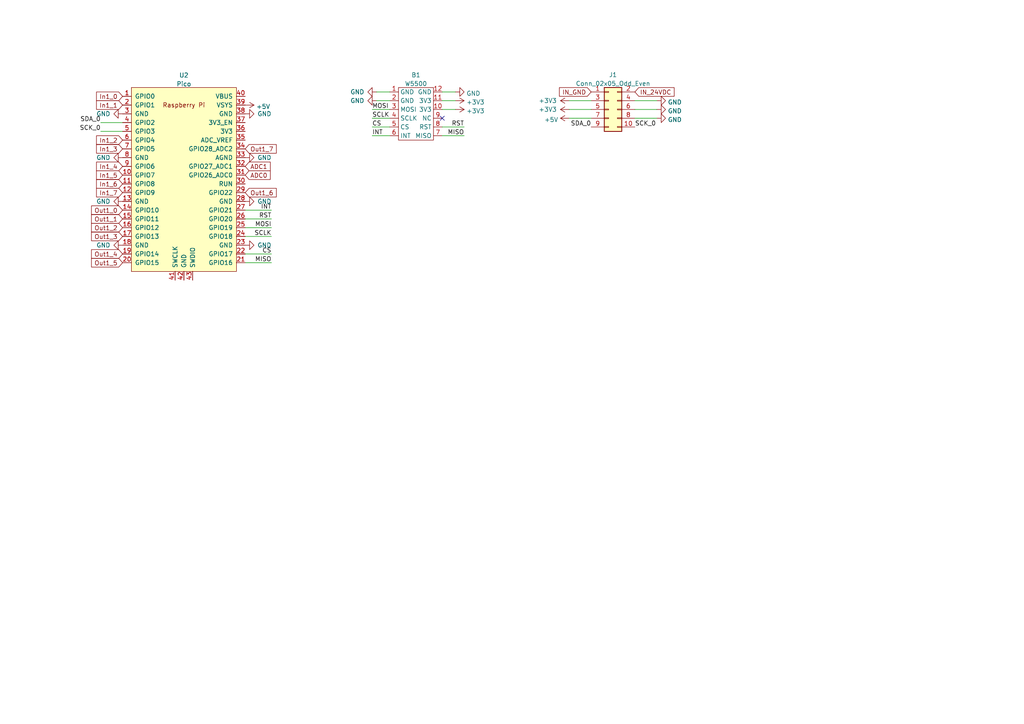
<source format=kicad_sch>
(kicad_sch (version 20230121) (generator eeschema)

  (uuid e66ca4c2-8927-4685-9f67-73085ba426f7)

  (paper "A4")

  (lib_symbols
    (symbol "Added:W5500" (in_bom yes) (on_board yes)
      (property "Reference" "B" (at 0 11.43 0)
        (effects (font (size 1.27 1.27)))
      )
      (property "Value" "W5500" (at 0 8.89 0)
        (effects (font (size 1.27 1.27)))
      )
      (property "Footprint" "" (at 0 11.43 0)
        (effects (font (size 1.27 1.27)) hide)
      )
      (property "Datasheet" "" (at 0 11.43 0)
        (effects (font (size 1.27 1.27)) hide)
      )
      (symbol "W5500_0_1"
        (rectangle (start -5.08 6.35) (end 5.08 -8.89)
          (stroke (width 0.1524) (type default))
          (fill (type none))
        )
      )
      (symbol "W5500_1_1"
        (pin input line (at -7.62 5.08 0) (length 2.54)
          (name "GND" (effects (font (size 1.27 1.27))))
          (number "1" (effects (font (size 1.27 1.27))))
        )
        (pin input line (at 7.62 0 180) (length 2.54)
          (name "3V3" (effects (font (size 1.27 1.27))))
          (number "10" (effects (font (size 1.27 1.27))))
        )
        (pin input line (at 7.62 2.54 180) (length 2.54)
          (name "3V3" (effects (font (size 1.27 1.27))))
          (number "11" (effects (font (size 1.27 1.27))))
        )
        (pin input line (at 7.62 5.08 180) (length 2.54)
          (name "GND" (effects (font (size 1.27 1.27))))
          (number "12" (effects (font (size 1.27 1.27))))
        )
        (pin input line (at -7.62 2.54 0) (length 2.54)
          (name "GND" (effects (font (size 1.27 1.27))))
          (number "2" (effects (font (size 1.27 1.27))))
        )
        (pin input line (at -7.62 0 0) (length 2.54)
          (name "MOSI" (effects (font (size 1.27 1.27))))
          (number "3" (effects (font (size 1.27 1.27))))
        )
        (pin input line (at -7.62 -2.54 0) (length 2.54)
          (name "SCLK" (effects (font (size 1.27 1.27))))
          (number "4" (effects (font (size 1.27 1.27))))
        )
        (pin input line (at -7.62 -5.08 0) (length 2.54)
          (name "CS" (effects (font (size 1.27 1.27))))
          (number "5" (effects (font (size 1.27 1.27))))
        )
        (pin input line (at -7.62 -7.62 0) (length 2.54)
          (name "INT" (effects (font (size 1.27 1.27))))
          (number "6" (effects (font (size 1.27 1.27))))
        )
        (pin input line (at 7.62 -7.62 180) (length 2.54)
          (name "MISO" (effects (font (size 1.27 1.27))))
          (number "7" (effects (font (size 1.27 1.27))))
        )
        (pin input line (at 7.62 -5.08 180) (length 2.54)
          (name "RST" (effects (font (size 1.27 1.27))))
          (number "8" (effects (font (size 1.27 1.27))))
        )
        (pin input line (at 7.62 -2.54 180) (length 2.54)
          (name "NC" (effects (font (size 1.27 1.27))))
          (number "9" (effects (font (size 1.27 1.27))))
        )
      )
    )
    (symbol "Connector_Generic:Conn_02x05_Odd_Even" (pin_names (offset 1.016) hide) (in_bom yes) (on_board yes)
      (property "Reference" "J" (at 1.27 7.62 0)
        (effects (font (size 1.27 1.27)))
      )
      (property "Value" "Conn_02x05_Odd_Even" (at 1.27 -7.62 0)
        (effects (font (size 1.27 1.27)))
      )
      (property "Footprint" "" (at 0 0 0)
        (effects (font (size 1.27 1.27)) hide)
      )
      (property "Datasheet" "~" (at 0 0 0)
        (effects (font (size 1.27 1.27)) hide)
      )
      (property "ki_keywords" "connector" (at 0 0 0)
        (effects (font (size 1.27 1.27)) hide)
      )
      (property "ki_description" "Generic connector, double row, 02x05, odd/even pin numbering scheme (row 1 odd numbers, row 2 even numbers), script generated (kicad-library-utils/schlib/autogen/connector/)" (at 0 0 0)
        (effects (font (size 1.27 1.27)) hide)
      )
      (property "ki_fp_filters" "Connector*:*_2x??_*" (at 0 0 0)
        (effects (font (size 1.27 1.27)) hide)
      )
      (symbol "Conn_02x05_Odd_Even_1_1"
        (rectangle (start -1.27 -4.953) (end 0 -5.207)
          (stroke (width 0.1524) (type default))
          (fill (type none))
        )
        (rectangle (start -1.27 -2.413) (end 0 -2.667)
          (stroke (width 0.1524) (type default))
          (fill (type none))
        )
        (rectangle (start -1.27 0.127) (end 0 -0.127)
          (stroke (width 0.1524) (type default))
          (fill (type none))
        )
        (rectangle (start -1.27 2.667) (end 0 2.413)
          (stroke (width 0.1524) (type default))
          (fill (type none))
        )
        (rectangle (start -1.27 5.207) (end 0 4.953)
          (stroke (width 0.1524) (type default))
          (fill (type none))
        )
        (rectangle (start -1.27 6.35) (end 3.81 -6.35)
          (stroke (width 0.254) (type default))
          (fill (type background))
        )
        (rectangle (start 3.81 -4.953) (end 2.54 -5.207)
          (stroke (width 0.1524) (type default))
          (fill (type none))
        )
        (rectangle (start 3.81 -2.413) (end 2.54 -2.667)
          (stroke (width 0.1524) (type default))
          (fill (type none))
        )
        (rectangle (start 3.81 0.127) (end 2.54 -0.127)
          (stroke (width 0.1524) (type default))
          (fill (type none))
        )
        (rectangle (start 3.81 2.667) (end 2.54 2.413)
          (stroke (width 0.1524) (type default))
          (fill (type none))
        )
        (rectangle (start 3.81 5.207) (end 2.54 4.953)
          (stroke (width 0.1524) (type default))
          (fill (type none))
        )
        (pin passive line (at -5.08 5.08 0) (length 3.81)
          (name "Pin_1" (effects (font (size 1.27 1.27))))
          (number "1" (effects (font (size 1.27 1.27))))
        )
        (pin passive line (at 7.62 -5.08 180) (length 3.81)
          (name "Pin_10" (effects (font (size 1.27 1.27))))
          (number "10" (effects (font (size 1.27 1.27))))
        )
        (pin passive line (at 7.62 5.08 180) (length 3.81)
          (name "Pin_2" (effects (font (size 1.27 1.27))))
          (number "2" (effects (font (size 1.27 1.27))))
        )
        (pin passive line (at -5.08 2.54 0) (length 3.81)
          (name "Pin_3" (effects (font (size 1.27 1.27))))
          (number "3" (effects (font (size 1.27 1.27))))
        )
        (pin passive line (at 7.62 2.54 180) (length 3.81)
          (name "Pin_4" (effects (font (size 1.27 1.27))))
          (number "4" (effects (font (size 1.27 1.27))))
        )
        (pin passive line (at -5.08 0 0) (length 3.81)
          (name "Pin_5" (effects (font (size 1.27 1.27))))
          (number "5" (effects (font (size 1.27 1.27))))
        )
        (pin passive line (at 7.62 0 180) (length 3.81)
          (name "Pin_6" (effects (font (size 1.27 1.27))))
          (number "6" (effects (font (size 1.27 1.27))))
        )
        (pin passive line (at -5.08 -2.54 0) (length 3.81)
          (name "Pin_7" (effects (font (size 1.27 1.27))))
          (number "7" (effects (font (size 1.27 1.27))))
        )
        (pin passive line (at 7.62 -2.54 180) (length 3.81)
          (name "Pin_8" (effects (font (size 1.27 1.27))))
          (number "8" (effects (font (size 1.27 1.27))))
        )
        (pin passive line (at -5.08 -5.08 0) (length 3.81)
          (name "Pin_9" (effects (font (size 1.27 1.27))))
          (number "9" (effects (font (size 1.27 1.27))))
        )
      )
    )
    (symbol "MCU_RaspberryPi_and_Boards:Pico" (pin_names (offset 1.016)) (in_bom yes) (on_board yes)
      (property "Reference" "U" (at -13.97 27.94 0)
        (effects (font (size 1.27 1.27)))
      )
      (property "Value" "Pico" (at 0 19.05 0)
        (effects (font (size 1.27 1.27)))
      )
      (property "Footprint" "RPi_Pico:RPi_Pico_SMD_TH" (at 0 0 90)
        (effects (font (size 1.27 1.27)) hide)
      )
      (property "Datasheet" "" (at 0 0 0)
        (effects (font (size 1.27 1.27)) hide)
      )
      (symbol "Pico_0_0"
        (text "Raspberry Pi" (at 0 21.59 0)
          (effects (font (size 1.27 1.27)))
        )
      )
      (symbol "Pico_0_1"
        (rectangle (start -15.24 26.67) (end 15.24 -26.67)
          (stroke (width 0) (type default))
          (fill (type background))
        )
      )
      (symbol "Pico_1_1"
        (pin bidirectional line (at -17.78 24.13 0) (length 2.54)
          (name "GPIO0" (effects (font (size 1.27 1.27))))
          (number "1" (effects (font (size 1.27 1.27))))
        )
        (pin bidirectional line (at -17.78 1.27 0) (length 2.54)
          (name "GPIO7" (effects (font (size 1.27 1.27))))
          (number "10" (effects (font (size 1.27 1.27))))
        )
        (pin bidirectional line (at -17.78 -1.27 0) (length 2.54)
          (name "GPIO8" (effects (font (size 1.27 1.27))))
          (number "11" (effects (font (size 1.27 1.27))))
        )
        (pin bidirectional line (at -17.78 -3.81 0) (length 2.54)
          (name "GPIO9" (effects (font (size 1.27 1.27))))
          (number "12" (effects (font (size 1.27 1.27))))
        )
        (pin power_in line (at -17.78 -6.35 0) (length 2.54)
          (name "GND" (effects (font (size 1.27 1.27))))
          (number "13" (effects (font (size 1.27 1.27))))
        )
        (pin bidirectional line (at -17.78 -8.89 0) (length 2.54)
          (name "GPIO10" (effects (font (size 1.27 1.27))))
          (number "14" (effects (font (size 1.27 1.27))))
        )
        (pin bidirectional line (at -17.78 -11.43 0) (length 2.54)
          (name "GPIO11" (effects (font (size 1.27 1.27))))
          (number "15" (effects (font (size 1.27 1.27))))
        )
        (pin bidirectional line (at -17.78 -13.97 0) (length 2.54)
          (name "GPIO12" (effects (font (size 1.27 1.27))))
          (number "16" (effects (font (size 1.27 1.27))))
        )
        (pin bidirectional line (at -17.78 -16.51 0) (length 2.54)
          (name "GPIO13" (effects (font (size 1.27 1.27))))
          (number "17" (effects (font (size 1.27 1.27))))
        )
        (pin power_in line (at -17.78 -19.05 0) (length 2.54)
          (name "GND" (effects (font (size 1.27 1.27))))
          (number "18" (effects (font (size 1.27 1.27))))
        )
        (pin bidirectional line (at -17.78 -21.59 0) (length 2.54)
          (name "GPIO14" (effects (font (size 1.27 1.27))))
          (number "19" (effects (font (size 1.27 1.27))))
        )
        (pin bidirectional line (at -17.78 21.59 0) (length 2.54)
          (name "GPIO1" (effects (font (size 1.27 1.27))))
          (number "2" (effects (font (size 1.27 1.27))))
        )
        (pin bidirectional line (at -17.78 -24.13 0) (length 2.54)
          (name "GPIO15" (effects (font (size 1.27 1.27))))
          (number "20" (effects (font (size 1.27 1.27))))
        )
        (pin bidirectional line (at 17.78 -24.13 180) (length 2.54)
          (name "GPIO16" (effects (font (size 1.27 1.27))))
          (number "21" (effects (font (size 1.27 1.27))))
        )
        (pin bidirectional line (at 17.78 -21.59 180) (length 2.54)
          (name "GPIO17" (effects (font (size 1.27 1.27))))
          (number "22" (effects (font (size 1.27 1.27))))
        )
        (pin power_in line (at 17.78 -19.05 180) (length 2.54)
          (name "GND" (effects (font (size 1.27 1.27))))
          (number "23" (effects (font (size 1.27 1.27))))
        )
        (pin bidirectional line (at 17.78 -16.51 180) (length 2.54)
          (name "GPIO18" (effects (font (size 1.27 1.27))))
          (number "24" (effects (font (size 1.27 1.27))))
        )
        (pin bidirectional line (at 17.78 -13.97 180) (length 2.54)
          (name "GPIO19" (effects (font (size 1.27 1.27))))
          (number "25" (effects (font (size 1.27 1.27))))
        )
        (pin bidirectional line (at 17.78 -11.43 180) (length 2.54)
          (name "GPIO20" (effects (font (size 1.27 1.27))))
          (number "26" (effects (font (size 1.27 1.27))))
        )
        (pin bidirectional line (at 17.78 -8.89 180) (length 2.54)
          (name "GPIO21" (effects (font (size 1.27 1.27))))
          (number "27" (effects (font (size 1.27 1.27))))
        )
        (pin power_in line (at 17.78 -6.35 180) (length 2.54)
          (name "GND" (effects (font (size 1.27 1.27))))
          (number "28" (effects (font (size 1.27 1.27))))
        )
        (pin bidirectional line (at 17.78 -3.81 180) (length 2.54)
          (name "GPIO22" (effects (font (size 1.27 1.27))))
          (number "29" (effects (font (size 1.27 1.27))))
        )
        (pin power_in line (at -17.78 19.05 0) (length 2.54)
          (name "GND" (effects (font (size 1.27 1.27))))
          (number "3" (effects (font (size 1.27 1.27))))
        )
        (pin input line (at 17.78 -1.27 180) (length 2.54)
          (name "RUN" (effects (font (size 1.27 1.27))))
          (number "30" (effects (font (size 1.27 1.27))))
        )
        (pin bidirectional line (at 17.78 1.27 180) (length 2.54)
          (name "GPIO26_ADC0" (effects (font (size 1.27 1.27))))
          (number "31" (effects (font (size 1.27 1.27))))
        )
        (pin bidirectional line (at 17.78 3.81 180) (length 2.54)
          (name "GPIO27_ADC1" (effects (font (size 1.27 1.27))))
          (number "32" (effects (font (size 1.27 1.27))))
        )
        (pin power_in line (at 17.78 6.35 180) (length 2.54)
          (name "AGND" (effects (font (size 1.27 1.27))))
          (number "33" (effects (font (size 1.27 1.27))))
        )
        (pin bidirectional line (at 17.78 8.89 180) (length 2.54)
          (name "GPIO28_ADC2" (effects (font (size 1.27 1.27))))
          (number "34" (effects (font (size 1.27 1.27))))
        )
        (pin unspecified line (at 17.78 11.43 180) (length 2.54)
          (name "ADC_VREF" (effects (font (size 1.27 1.27))))
          (number "35" (effects (font (size 1.27 1.27))))
        )
        (pin unspecified line (at 17.78 13.97 180) (length 2.54)
          (name "3V3" (effects (font (size 1.27 1.27))))
          (number "36" (effects (font (size 1.27 1.27))))
        )
        (pin input line (at 17.78 16.51 180) (length 2.54)
          (name "3V3_EN" (effects (font (size 1.27 1.27))))
          (number "37" (effects (font (size 1.27 1.27))))
        )
        (pin bidirectional line (at 17.78 19.05 180) (length 2.54)
          (name "GND" (effects (font (size 1.27 1.27))))
          (number "38" (effects (font (size 1.27 1.27))))
        )
        (pin unspecified line (at 17.78 21.59 180) (length 2.54)
          (name "VSYS" (effects (font (size 1.27 1.27))))
          (number "39" (effects (font (size 1.27 1.27))))
        )
        (pin bidirectional line (at -17.78 16.51 0) (length 2.54)
          (name "GPIO2" (effects (font (size 1.27 1.27))))
          (number "4" (effects (font (size 1.27 1.27))))
        )
        (pin unspecified line (at 17.78 24.13 180) (length 2.54)
          (name "VBUS" (effects (font (size 1.27 1.27))))
          (number "40" (effects (font (size 1.27 1.27))))
        )
        (pin input line (at -2.54 -29.21 90) (length 2.54)
          (name "SWCLK" (effects (font (size 1.27 1.27))))
          (number "41" (effects (font (size 1.27 1.27))))
        )
        (pin power_in line (at 0 -29.21 90) (length 2.54)
          (name "GND" (effects (font (size 1.27 1.27))))
          (number "42" (effects (font (size 1.27 1.27))))
        )
        (pin bidirectional line (at 2.54 -29.21 90) (length 2.54)
          (name "SWDIO" (effects (font (size 1.27 1.27))))
          (number "43" (effects (font (size 1.27 1.27))))
        )
        (pin bidirectional line (at -17.78 13.97 0) (length 2.54)
          (name "GPIO3" (effects (font (size 1.27 1.27))))
          (number "5" (effects (font (size 1.27 1.27))))
        )
        (pin bidirectional line (at -17.78 11.43 0) (length 2.54)
          (name "GPIO4" (effects (font (size 1.27 1.27))))
          (number "6" (effects (font (size 1.27 1.27))))
        )
        (pin bidirectional line (at -17.78 8.89 0) (length 2.54)
          (name "GPIO5" (effects (font (size 1.27 1.27))))
          (number "7" (effects (font (size 1.27 1.27))))
        )
        (pin power_in line (at -17.78 6.35 0) (length 2.54)
          (name "GND" (effects (font (size 1.27 1.27))))
          (number "8" (effects (font (size 1.27 1.27))))
        )
        (pin bidirectional line (at -17.78 3.81 0) (length 2.54)
          (name "GPIO6" (effects (font (size 1.27 1.27))))
          (number "9" (effects (font (size 1.27 1.27))))
        )
      )
    )
    (symbol "power:+3.3V" (power) (pin_names (offset 0)) (in_bom yes) (on_board yes)
      (property "Reference" "#PWR" (at 0 -3.81 0)
        (effects (font (size 1.27 1.27)) hide)
      )
      (property "Value" "+3.3V" (at 0 3.556 0)
        (effects (font (size 1.27 1.27)))
      )
      (property "Footprint" "" (at 0 0 0)
        (effects (font (size 1.27 1.27)) hide)
      )
      (property "Datasheet" "" (at 0 0 0)
        (effects (font (size 1.27 1.27)) hide)
      )
      (property "ki_keywords" "power-flag" (at 0 0 0)
        (effects (font (size 1.27 1.27)) hide)
      )
      (property "ki_description" "Power symbol creates a global label with name \"+3.3V\"" (at 0 0 0)
        (effects (font (size 1.27 1.27)) hide)
      )
      (symbol "+3.3V_0_1"
        (polyline
          (pts
            (xy -0.762 1.27)
            (xy 0 2.54)
          )
          (stroke (width 0) (type default))
          (fill (type none))
        )
        (polyline
          (pts
            (xy 0 0)
            (xy 0 2.54)
          )
          (stroke (width 0) (type default))
          (fill (type none))
        )
        (polyline
          (pts
            (xy 0 2.54)
            (xy 0.762 1.27)
          )
          (stroke (width 0) (type default))
          (fill (type none))
        )
      )
      (symbol "+3.3V_1_1"
        (pin power_in line (at 0 0 90) (length 0) hide
          (name "+3V3" (effects (font (size 1.27 1.27))))
          (number "1" (effects (font (size 1.27 1.27))))
        )
      )
    )
    (symbol "power:+5V" (power) (pin_names (offset 0)) (in_bom yes) (on_board yes)
      (property "Reference" "#PWR" (at 0 -3.81 0)
        (effects (font (size 1.27 1.27)) hide)
      )
      (property "Value" "+5V" (at 0 3.556 0)
        (effects (font (size 1.27 1.27)))
      )
      (property "Footprint" "" (at 0 0 0)
        (effects (font (size 1.27 1.27)) hide)
      )
      (property "Datasheet" "" (at 0 0 0)
        (effects (font (size 1.27 1.27)) hide)
      )
      (property "ki_keywords" "power-flag" (at 0 0 0)
        (effects (font (size 1.27 1.27)) hide)
      )
      (property "ki_description" "Power symbol creates a global label with name \"+5V\"" (at 0 0 0)
        (effects (font (size 1.27 1.27)) hide)
      )
      (symbol "+5V_0_1"
        (polyline
          (pts
            (xy -0.762 1.27)
            (xy 0 2.54)
          )
          (stroke (width 0) (type default))
          (fill (type none))
        )
        (polyline
          (pts
            (xy 0 0)
            (xy 0 2.54)
          )
          (stroke (width 0) (type default))
          (fill (type none))
        )
        (polyline
          (pts
            (xy 0 2.54)
            (xy 0.762 1.27)
          )
          (stroke (width 0) (type default))
          (fill (type none))
        )
      )
      (symbol "+5V_1_1"
        (pin power_in line (at 0 0 90) (length 0) hide
          (name "+5V" (effects (font (size 1.27 1.27))))
          (number "1" (effects (font (size 1.27 1.27))))
        )
      )
    )
    (symbol "power:GND" (power) (pin_names (offset 0)) (in_bom yes) (on_board yes)
      (property "Reference" "#PWR" (at 0 -6.35 0)
        (effects (font (size 1.27 1.27)) hide)
      )
      (property "Value" "GND" (at 0 -3.81 0)
        (effects (font (size 1.27 1.27)))
      )
      (property "Footprint" "" (at 0 0 0)
        (effects (font (size 1.27 1.27)) hide)
      )
      (property "Datasheet" "" (at 0 0 0)
        (effects (font (size 1.27 1.27)) hide)
      )
      (property "ki_keywords" "power-flag" (at 0 0 0)
        (effects (font (size 1.27 1.27)) hide)
      )
      (property "ki_description" "Power symbol creates a global label with name \"GND\" , ground" (at 0 0 0)
        (effects (font (size 1.27 1.27)) hide)
      )
      (symbol "GND_0_1"
        (polyline
          (pts
            (xy 0 0)
            (xy 0 -1.27)
            (xy 1.27 -1.27)
            (xy 0 -2.54)
            (xy -1.27 -1.27)
            (xy 0 -1.27)
          )
          (stroke (width 0) (type default))
          (fill (type none))
        )
      )
      (symbol "GND_1_1"
        (pin power_in line (at 0 0 270) (length 0) hide
          (name "GND" (effects (font (size 1.27 1.27))))
          (number "1" (effects (font (size 1.27 1.27))))
        )
      )
    )
  )


  (no_connect (at 128.27 34.29) (uuid 116176b7-243c-486f-b3b2-fa1b1115ac9b))

  (wire (pts (xy 71.12 73.66) (xy 78.74 73.66))
    (stroke (width 0) (type default))
    (uuid 0557d147-37c9-4dda-a88f-bceac6c1f5ab)
  )
  (wire (pts (xy 128.27 36.83) (xy 134.62 36.83))
    (stroke (width 0) (type default))
    (uuid 086a1166-81f3-45c1-a59c-c0cbc5fd00f7)
  )
  (wire (pts (xy 128.27 26.67) (xy 132.08 26.67))
    (stroke (width 0) (type default))
    (uuid 128797e6-2795-425a-8179-3895c530c87e)
  )
  (wire (pts (xy 128.27 29.21) (xy 132.08 29.21))
    (stroke (width 0) (type default))
    (uuid 14f58dd0-7de2-4605-80ed-0b9c611d0c44)
  )
  (wire (pts (xy 165.1 31.75) (xy 171.45 31.75))
    (stroke (width 0) (type default))
    (uuid 28614917-299e-4372-9b0a-127d973e7ebb)
  )
  (wire (pts (xy 71.12 76.2) (xy 78.74 76.2))
    (stroke (width 0) (type default))
    (uuid 2a9c2b48-31db-4931-a3f4-e39a5327c2d4)
  )
  (wire (pts (xy 71.12 68.58) (xy 78.74 68.58))
    (stroke (width 0) (type default))
    (uuid 31dfff7e-f0ba-459a-b7bc-631e91621006)
  )
  (wire (pts (xy 107.95 36.83) (xy 113.03 36.83))
    (stroke (width 0) (type default))
    (uuid 34ce782e-49d5-463d-8372-3b6186373d87)
  )
  (wire (pts (xy 29.21 35.56) (xy 35.56 35.56))
    (stroke (width 0) (type default))
    (uuid 5821da76-8c77-4b29-91f2-064f6fa1f8c4)
  )
  (wire (pts (xy 184.15 34.29) (xy 190.5 34.29))
    (stroke (width 0) (type default))
    (uuid 5d3dcbd0-abe8-4783-a1c0-4f6a45013759)
  )
  (wire (pts (xy 107.95 34.29) (xy 113.03 34.29))
    (stroke (width 0) (type default))
    (uuid 717179c2-82ee-4766-88a6-6ae4cdc95da6)
  )
  (wire (pts (xy 128.27 31.75) (xy 132.08 31.75))
    (stroke (width 0) (type default))
    (uuid 75e4496b-f534-4f04-b03b-ecc4519664ee)
  )
  (wire (pts (xy 128.27 39.37) (xy 134.62 39.37))
    (stroke (width 0) (type default))
    (uuid 7b7cf858-72b3-4778-bc11-48dd953d7c09)
  )
  (wire (pts (xy 71.12 63.5) (xy 78.74 63.5))
    (stroke (width 0) (type default))
    (uuid 82be8b62-3ccf-4313-8a63-6f0baf6cf035)
  )
  (wire (pts (xy 165.1 34.29) (xy 171.45 34.29))
    (stroke (width 0) (type default))
    (uuid 87fa6131-f9f5-4bef-a880-1dd4cdd08b95)
  )
  (wire (pts (xy 71.12 60.96) (xy 78.74 60.96))
    (stroke (width 0) (type default))
    (uuid 8af93b34-5ce3-4d1b-af06-4dd8b6888ab5)
  )
  (wire (pts (xy 165.1 29.21) (xy 171.45 29.21))
    (stroke (width 0) (type default))
    (uuid 94442e7a-cdd7-4302-9908-855b9666201d)
  )
  (wire (pts (xy 109.22 29.21) (xy 113.03 29.21))
    (stroke (width 0) (type default))
    (uuid 9fafc7cf-27cd-4987-9639-4a4ea62fce09)
  )
  (wire (pts (xy 71.12 66.04) (xy 78.74 66.04))
    (stroke (width 0) (type default))
    (uuid af63dc64-d9b4-4490-8ce5-329ed272c82c)
  )
  (wire (pts (xy 184.15 31.75) (xy 190.5 31.75))
    (stroke (width 0) (type default))
    (uuid b9d59630-c0ab-4b51-8b1e-56c7a0d54d3a)
  )
  (wire (pts (xy 109.22 26.67) (xy 113.03 26.67))
    (stroke (width 0) (type default))
    (uuid c2e3266c-bec3-4904-aa49-3a6c6d986b91)
  )
  (wire (pts (xy 184.15 29.21) (xy 190.5 29.21))
    (stroke (width 0) (type default))
    (uuid c58b390b-b8e1-412e-b8fd-36b62ca267b0)
  )
  (wire (pts (xy 107.95 39.37) (xy 113.03 39.37))
    (stroke (width 0) (type default))
    (uuid d8b6f1e2-4192-4cde-a7ae-879bf9bd9d4f)
  )
  (wire (pts (xy 107.95 31.75) (xy 113.03 31.75))
    (stroke (width 0) (type default))
    (uuid f1753822-0e5e-4404-962b-82d9db17eb48)
  )
  (wire (pts (xy 29.21 38.1) (xy 35.56 38.1))
    (stroke (width 0) (type default))
    (uuid f938f907-7fc7-47af-815a-2a8ae9a6ba25)
  )

  (label "SCK_0" (at 29.21 38.1 180) (fields_autoplaced)
    (effects (font (size 1.27 1.27)) (justify right bottom))
    (uuid 0d5f2266-578e-41f6-8a9d-3975894f73ab)
  )
  (label "RST" (at 134.62 36.83 180) (fields_autoplaced)
    (effects (font (size 1.27 1.27)) (justify right bottom))
    (uuid 2b43b012-365c-42b2-99ee-a3c0cfd79db4)
  )
  (label "SDA_0" (at 171.45 36.83 180) (fields_autoplaced)
    (effects (font (size 1.27 1.27)) (justify right bottom))
    (uuid 403948f7-002d-4bf7-a53e-d2b5e0f52db8)
  )
  (label "MOSI" (at 78.74 66.04 180) (fields_autoplaced)
    (effects (font (size 1.27 1.27)) (justify right bottom))
    (uuid 4130bdfc-6086-4736-8499-ef7c8358f39b)
  )
  (label "INT" (at 78.74 60.96 180) (fields_autoplaced)
    (effects (font (size 1.27 1.27)) (justify right bottom))
    (uuid 4b3a3a1e-3fbc-48b2-9b86-0b5901704d31)
  )
  (label "MISO" (at 78.74 76.2 180) (fields_autoplaced)
    (effects (font (size 1.27 1.27)) (justify right bottom))
    (uuid 630ca9ed-e183-40f0-8906-ca5da0906b3a)
  )
  (label "MISO" (at 134.62 39.37 180) (fields_autoplaced)
    (effects (font (size 1.27 1.27)) (justify right bottom))
    (uuid 64ee1049-724b-45a9-bd06-949c47ab4947)
  )
  (label "CS" (at 107.95 36.83 0) (fields_autoplaced)
    (effects (font (size 1.27 1.27)) (justify left bottom))
    (uuid 67723461-5ca4-4334-959d-c2102588c75b)
  )
  (label "SDA_0" (at 29.21 35.56 180) (fields_autoplaced)
    (effects (font (size 1.27 1.27)) (justify right bottom))
    (uuid 72c65322-a856-494e-9915-5d4f5c75aca7)
  )
  (label "INT" (at 107.95 39.37 0) (fields_autoplaced)
    (effects (font (size 1.27 1.27)) (justify left bottom))
    (uuid 753fd96d-51c4-4096-8c2f-caf2163d28bb)
  )
  (label "SCK_0" (at 184.15 36.83 0) (fields_autoplaced)
    (effects (font (size 1.27 1.27)) (justify left bottom))
    (uuid 7f92188b-7318-4271-97ff-eda3df864170)
  )
  (label "CS" (at 78.74 73.66 180) (fields_autoplaced)
    (effects (font (size 1.27 1.27)) (justify right bottom))
    (uuid 8d08051e-1149-4991-a0ab-416a25e7422f)
  )
  (label "RST" (at 78.74 63.5 180) (fields_autoplaced)
    (effects (font (size 1.27 1.27)) (justify right bottom))
    (uuid b91f583f-8756-4087-9525-147ecbe73b9d)
  )
  (label "SCLK" (at 78.74 68.58 180) (fields_autoplaced)
    (effects (font (size 1.27 1.27)) (justify right bottom))
    (uuid b98c6db2-3b55-472d-ac28-154e236f101a)
  )
  (label "SCLK" (at 107.95 34.29 0) (fields_autoplaced)
    (effects (font (size 1.27 1.27)) (justify left bottom))
    (uuid c9c3ed87-a2b9-4f18-9901-319ccc05460b)
  )
  (label "MOSI" (at 107.95 31.75 0) (fields_autoplaced)
    (effects (font (size 1.27 1.27)) (justify left bottom))
    (uuid e2b682c3-7ffa-4b81-871d-557027d85bb4)
  )

  (global_label "ADC0" (shape input) (at 71.12 50.8 0) (fields_autoplaced)
    (effects (font (size 1.27 1.27)) (justify left))
    (uuid 0f8ba0f2-bc9f-4d1a-aad0-1b0afb77fb3d)
    (property "Intersheetrefs" "${INTERSHEET_REFS}" (at 78.3712 50.7206 0)
      (effects (font (size 1.27 1.27)) (justify left) hide)
    )
  )
  (global_label "ADC1" (shape input) (at 71.12 48.26 0) (fields_autoplaced)
    (effects (font (size 1.27 1.27)) (justify left))
    (uuid 26440305-89b8-4647-b2d2-1b485a903b9f)
    (property "Intersheetrefs" "${INTERSHEET_REFS}" (at 78.3712 48.1806 0)
      (effects (font (size 1.27 1.27)) (justify left) hide)
    )
  )
  (global_label "In1_6" (shape input) (at 35.56 53.34 180) (fields_autoplaced)
    (effects (font (size 1.27 1.27)) (justify right))
    (uuid 3151a0af-4838-4f72-8d11-f47a7ec1f41d)
    (property "Intersheetrefs" "${INTERSHEET_REFS}" (at 28.0064 53.4194 0)
      (effects (font (size 1.27 1.27)) (justify right) hide)
    )
  )
  (global_label "IN_GND" (shape input) (at 171.45 26.67 180) (fields_autoplaced)
    (effects (font (size 1.27 1.27)) (justify right))
    (uuid 38af59d1-94c0-4688-8ea0-6a2d5e8ea564)
    (property "Intersheetrefs" "${INTERSHEET_REFS}" (at 162.2636 26.5906 0)
      (effects (font (size 1.27 1.27)) (justify right) hide)
    )
  )
  (global_label "In1_3" (shape input) (at 35.56 43.18 180) (fields_autoplaced)
    (effects (font (size 1.27 1.27)) (justify right))
    (uuid 3f917037-cba5-4cb4-9661-df75ed358b75)
    (property "Intersheetrefs" "${INTERSHEET_REFS}" (at 28.0064 43.2594 0)
      (effects (font (size 1.27 1.27)) (justify right) hide)
    )
  )
  (global_label "In1_4" (shape input) (at 35.56 48.26 180) (fields_autoplaced)
    (effects (font (size 1.27 1.27)) (justify right))
    (uuid 4e2d0f6f-fe29-4faa-8646-60f1f13eed7f)
    (property "Intersheetrefs" "${INTERSHEET_REFS}" (at 28.0064 48.3394 0)
      (effects (font (size 1.27 1.27)) (justify right) hide)
    )
  )
  (global_label "Out1_7" (shape input) (at 71.12 43.18 0) (fields_autoplaced)
    (effects (font (size 1.27 1.27)) (justify left))
    (uuid 4f901c9c-4aab-4b88-8138-b10257316394)
    (property "Intersheetrefs" "${INTERSHEET_REFS}" (at 80.125 43.2594 0)
      (effects (font (size 1.27 1.27)) (justify left) hide)
    )
  )
  (global_label "In1_5" (shape input) (at 35.56 50.8 180) (fields_autoplaced)
    (effects (font (size 1.27 1.27)) (justify right))
    (uuid 71f51605-20ef-4c2b-bd69-3623688f3a98)
    (property "Intersheetrefs" "${INTERSHEET_REFS}" (at 28.0064 50.8794 0)
      (effects (font (size 1.27 1.27)) (justify right) hide)
    )
  )
  (global_label "Out1_6" (shape input) (at 71.12 55.88 0) (fields_autoplaced)
    (effects (font (size 1.27 1.27)) (justify left))
    (uuid 8279e999-62d6-4952-a477-c9560b9943f2)
    (property "Intersheetrefs" "${INTERSHEET_REFS}" (at 80.125 55.9594 0)
      (effects (font (size 1.27 1.27)) (justify left) hide)
    )
  )
  (global_label "Out1_3" (shape input) (at 35.56 68.58 180) (fields_autoplaced)
    (effects (font (size 1.27 1.27)) (justify right))
    (uuid 84e3f2fa-5712-4fe1-a2ee-351fb781a1ba)
    (property "Intersheetrefs" "${INTERSHEET_REFS}" (at 26.555 68.5006 0)
      (effects (font (size 1.27 1.27)) (justify right) hide)
    )
  )
  (global_label "Out1_2" (shape input) (at 35.56 66.04 180) (fields_autoplaced)
    (effects (font (size 1.27 1.27)) (justify right))
    (uuid 854cebce-2061-44bd-8d23-d23a7a09405b)
    (property "Intersheetrefs" "${INTERSHEET_REFS}" (at 26.555 65.9606 0)
      (effects (font (size 1.27 1.27)) (justify right) hide)
    )
  )
  (global_label "Out1_4" (shape input) (at 35.56 73.66 180) (fields_autoplaced)
    (effects (font (size 1.27 1.27)) (justify right))
    (uuid 8d79d28e-1ed9-4d9b-8cee-a1a267d0a719)
    (property "Intersheetrefs" "${INTERSHEET_REFS}" (at 26.555 73.5806 0)
      (effects (font (size 1.27 1.27)) (justify right) hide)
    )
  )
  (global_label "In1_2" (shape input) (at 35.56 40.64 180) (fields_autoplaced)
    (effects (font (size 1.27 1.27)) (justify right))
    (uuid 9d3981d6-d294-4221-b74a-c9126b4c8e01)
    (property "Intersheetrefs" "${INTERSHEET_REFS}" (at 28.0064 40.7194 0)
      (effects (font (size 1.27 1.27)) (justify right) hide)
    )
  )
  (global_label "In1_0" (shape input) (at 35.56 27.94 180) (fields_autoplaced)
    (effects (font (size 1.27 1.27)) (justify right))
    (uuid a900192d-9410-499b-b716-d1dbf5a50f13)
    (property "Intersheetrefs" "${INTERSHEET_REFS}" (at 28.0064 28.0194 0)
      (effects (font (size 1.27 1.27)) (justify right) hide)
    )
  )
  (global_label "In1_1" (shape input) (at 35.56 30.48 180) (fields_autoplaced)
    (effects (font (size 1.27 1.27)) (justify right))
    (uuid aee385aa-0060-4483-a758-7679af24a528)
    (property "Intersheetrefs" "${INTERSHEET_REFS}" (at 28.0064 30.5594 0)
      (effects (font (size 1.27 1.27)) (justify right) hide)
    )
  )
  (global_label "In1_7" (shape input) (at 35.56 55.88 180) (fields_autoplaced)
    (effects (font (size 1.27 1.27)) (justify right))
    (uuid b9d4b6ab-66ad-403b-94bb-1b289dde6c62)
    (property "Intersheetrefs" "${INTERSHEET_REFS}" (at 28.0064 55.9594 0)
      (effects (font (size 1.27 1.27)) (justify right) hide)
    )
  )
  (global_label "Out1_0" (shape input) (at 35.56 60.96 180) (fields_autoplaced)
    (effects (font (size 1.27 1.27)) (justify right))
    (uuid cf022b85-ff41-4c65-b1e0-0683aaa9c75c)
    (property "Intersheetrefs" "${INTERSHEET_REFS}" (at 26.555 60.8806 0)
      (effects (font (size 1.27 1.27)) (justify right) hide)
    )
  )
  (global_label "Out1_1" (shape input) (at 35.56 63.5 180) (fields_autoplaced)
    (effects (font (size 1.27 1.27)) (justify right))
    (uuid de8b0b7b-2786-4562-8fbb-7231e9956836)
    (property "Intersheetrefs" "${INTERSHEET_REFS}" (at 26.555 63.4206 0)
      (effects (font (size 1.27 1.27)) (justify right) hide)
    )
  )
  (global_label "IN_24VDC" (shape input) (at 184.15 26.67 0) (fields_autoplaced)
    (effects (font (size 1.27 1.27)) (justify left))
    (uuid e6903c81-e80f-466a-b507-83fbb01550f6)
    (property "Intersheetrefs" "${INTERSHEET_REFS}" (at 195.5136 26.7494 0)
      (effects (font (size 1.27 1.27)) (justify left) hide)
    )
  )
  (global_label "Out1_5" (shape input) (at 35.56 76.2 180) (fields_autoplaced)
    (effects (font (size 1.27 1.27)) (justify right))
    (uuid ebede07e-c02b-4a60-81b6-05082a791e07)
    (property "Intersheetrefs" "${INTERSHEET_REFS}" (at 26.555 76.1206 0)
      (effects (font (size 1.27 1.27)) (justify right) hide)
    )
  )

  (symbol (lib_id "power:+3.3V") (at 165.1 29.21 90) (unit 1)
    (in_bom yes) (on_board yes) (dnp no)
    (uuid 0acbba9a-3b6d-45d2-86b3-c84886973be6)
    (property "Reference" "#PWR0113" (at 168.91 29.21 0)
      (effects (font (size 1.27 1.27)) hide)
    )
    (property "Value" "+3.3V" (at 156.21 29.21 90)
      (effects (font (size 1.27 1.27)) (justify right))
    )
    (property "Footprint" "" (at 165.1 29.21 0)
      (effects (font (size 1.27 1.27)) hide)
    )
    (property "Datasheet" "" (at 165.1 29.21 0)
      (effects (font (size 1.27 1.27)) hide)
    )
    (pin "1" (uuid ddf604de-b9fc-4cf6-88cb-d2141f7f4e81))
    (instances
      (project "Head_board_V1"
        (path "/a111090e-280b-4aae-9363-121253cfd383/6be4266a-de47-4e42-b58a-31179493abe1"
          (reference "#PWR0113") (unit 1)
        )
      )
    )
  )

  (symbol (lib_id "power:GND") (at 190.5 29.21 90) (unit 1)
    (in_bom yes) (on_board yes) (dnp no) (fields_autoplaced)
    (uuid 0cf6a1ce-043f-449f-a3ec-8c1914e172b4)
    (property "Reference" "#PWR0116" (at 196.85 29.21 0)
      (effects (font (size 1.27 1.27)) hide)
    )
    (property "Value" "GND" (at 193.675 29.6438 90)
      (effects (font (size 1.27 1.27)) (justify right))
    )
    (property "Footprint" "" (at 190.5 29.21 0)
      (effects (font (size 1.27 1.27)) hide)
    )
    (property "Datasheet" "" (at 190.5 29.21 0)
      (effects (font (size 1.27 1.27)) hide)
    )
    (pin "1" (uuid 976ccae0-d9e1-4efc-a4c7-0839c8e83a0d))
    (instances
      (project "Head_board_V1"
        (path "/a111090e-280b-4aae-9363-121253cfd383/6be4266a-de47-4e42-b58a-31179493abe1"
          (reference "#PWR0116") (unit 1)
        )
      )
    )
  )

  (symbol (lib_id "power:GND") (at 190.5 31.75 90) (unit 1)
    (in_bom yes) (on_board yes) (dnp no) (fields_autoplaced)
    (uuid 1bc5831a-e356-4bcc-8d49-b556958203f7)
    (property "Reference" "#PWR0117" (at 196.85 31.75 0)
      (effects (font (size 1.27 1.27)) hide)
    )
    (property "Value" "GND" (at 193.675 32.1838 90)
      (effects (font (size 1.27 1.27)) (justify right))
    )
    (property "Footprint" "" (at 190.5 31.75 0)
      (effects (font (size 1.27 1.27)) hide)
    )
    (property "Datasheet" "" (at 190.5 31.75 0)
      (effects (font (size 1.27 1.27)) hide)
    )
    (pin "1" (uuid 9d79ea49-db38-41c5-afdf-e3cec7d1be6c))
    (instances
      (project "Head_board_V1"
        (path "/a111090e-280b-4aae-9363-121253cfd383/6be4266a-de47-4e42-b58a-31179493abe1"
          (reference "#PWR0117") (unit 1)
        )
      )
    )
  )

  (symbol (lib_id "power:+3.3V") (at 132.08 31.75 270) (unit 1)
    (in_bom yes) (on_board yes) (dnp no) (fields_autoplaced)
    (uuid 1ea1180f-c41a-4808-ba04-998186b38e1b)
    (property "Reference" "#PWR0110" (at 128.27 31.75 0)
      (effects (font (size 1.27 1.27)) hide)
    )
    (property "Value" "+3.3V" (at 135.255 32.1838 90)
      (effects (font (size 1.27 1.27)) (justify left))
    )
    (property "Footprint" "" (at 132.08 31.75 0)
      (effects (font (size 1.27 1.27)) hide)
    )
    (property "Datasheet" "" (at 132.08 31.75 0)
      (effects (font (size 1.27 1.27)) hide)
    )
    (pin "1" (uuid 8fa8d59b-8391-481b-88fc-19514049d0af))
    (instances
      (project "Head_board_V1"
        (path "/a111090e-280b-4aae-9363-121253cfd383/6be4266a-de47-4e42-b58a-31179493abe1"
          (reference "#PWR0110") (unit 1)
        )
      )
    )
  )

  (symbol (lib_id "power:GND") (at 35.56 71.12 270) (unit 1)
    (in_bom yes) (on_board yes) (dnp no)
    (uuid 2ccbfcea-e873-49ad-9c46-bb639b4b556d)
    (property "Reference" "#PWR0101" (at 29.21 71.12 0)
      (effects (font (size 1.27 1.27)) hide)
    )
    (property "Value" "GND" (at 27.94 71.12 90)
      (effects (font (size 1.27 1.27)) (justify left))
    )
    (property "Footprint" "" (at 35.56 71.12 0)
      (effects (font (size 1.27 1.27)) hide)
    )
    (property "Datasheet" "" (at 35.56 71.12 0)
      (effects (font (size 1.27 1.27)) hide)
    )
    (pin "1" (uuid 9f79628a-16e6-4159-9c0f-3a8c5259522a))
    (instances
      (project "Head_board_V1"
        (path "/a111090e-280b-4aae-9363-121253cfd383/6be4266a-de47-4e42-b58a-31179493abe1"
          (reference "#PWR0101") (unit 1)
        )
      )
    )
  )

  (symbol (lib_id "power:GND") (at 35.56 45.72 270) (unit 1)
    (in_bom yes) (on_board yes) (dnp no)
    (uuid 44274814-816d-4fbe-8989-9ed2291cf338)
    (property "Reference" "#PWR0103" (at 29.21 45.72 0)
      (effects (font (size 1.27 1.27)) hide)
    )
    (property "Value" "GND" (at 27.94 45.72 90)
      (effects (font (size 1.27 1.27)) (justify left))
    )
    (property "Footprint" "" (at 35.56 45.72 0)
      (effects (font (size 1.27 1.27)) hide)
    )
    (property "Datasheet" "" (at 35.56 45.72 0)
      (effects (font (size 1.27 1.27)) hide)
    )
    (pin "1" (uuid 59d8f36b-bc52-4a9d-9986-e5dae9ef504d))
    (instances
      (project "Head_board_V1"
        (path "/a111090e-280b-4aae-9363-121253cfd383/6be4266a-de47-4e42-b58a-31179493abe1"
          (reference "#PWR0103") (unit 1)
        )
      )
    )
  )

  (symbol (lib_id "power:GND") (at 35.56 58.42 270) (unit 1)
    (in_bom yes) (on_board yes) (dnp no)
    (uuid 445fd376-5f61-424d-83f6-add037393129)
    (property "Reference" "#PWR0104" (at 29.21 58.42 0)
      (effects (font (size 1.27 1.27)) hide)
    )
    (property "Value" "GND" (at 27.94 58.42 90)
      (effects (font (size 1.27 1.27)) (justify left))
    )
    (property "Footprint" "" (at 35.56 58.42 0)
      (effects (font (size 1.27 1.27)) hide)
    )
    (property "Datasheet" "" (at 35.56 58.42 0)
      (effects (font (size 1.27 1.27)) hide)
    )
    (pin "1" (uuid 43e800b2-3156-4f9d-a118-a6486b23394c))
    (instances
      (project "Head_board_V1"
        (path "/a111090e-280b-4aae-9363-121253cfd383/6be4266a-de47-4e42-b58a-31179493abe1"
          (reference "#PWR0104") (unit 1)
        )
      )
    )
  )

  (symbol (lib_id "power:+3.3V") (at 132.08 29.21 270) (unit 1)
    (in_bom yes) (on_board yes) (dnp no) (fields_autoplaced)
    (uuid 4bd989b8-284b-482d-950b-75fa039f73f6)
    (property "Reference" "#PWR0112" (at 128.27 29.21 0)
      (effects (font (size 1.27 1.27)) hide)
    )
    (property "Value" "+3.3V" (at 135.255 29.6438 90)
      (effects (font (size 1.27 1.27)) (justify left))
    )
    (property "Footprint" "" (at 132.08 29.21 0)
      (effects (font (size 1.27 1.27)) hide)
    )
    (property "Datasheet" "" (at 132.08 29.21 0)
      (effects (font (size 1.27 1.27)) hide)
    )
    (pin "1" (uuid 68f12ece-00cf-4366-890d-d014eacad683))
    (instances
      (project "Head_board_V1"
        (path "/a111090e-280b-4aae-9363-121253cfd383/6be4266a-de47-4e42-b58a-31179493abe1"
          (reference "#PWR0112") (unit 1)
        )
      )
    )
  )

  (symbol (lib_id "power:GND") (at 190.5 34.29 90) (unit 1)
    (in_bom yes) (on_board yes) (dnp no) (fields_autoplaced)
    (uuid 7bf1f874-4fc4-4312-8dad-affe731ef812)
    (property "Reference" "#PWR0128" (at 196.85 34.29 0)
      (effects (font (size 1.27 1.27)) hide)
    )
    (property "Value" "GND" (at 193.675 34.7238 90)
      (effects (font (size 1.27 1.27)) (justify right))
    )
    (property "Footprint" "" (at 190.5 34.29 0)
      (effects (font (size 1.27 1.27)) hide)
    )
    (property "Datasheet" "" (at 190.5 34.29 0)
      (effects (font (size 1.27 1.27)) hide)
    )
    (pin "1" (uuid 9c55e6bc-3912-4725-a2ad-cc4cd2725de4))
    (instances
      (project "Head_board_V1"
        (path "/a111090e-280b-4aae-9363-121253cfd383/6be4266a-de47-4e42-b58a-31179493abe1"
          (reference "#PWR0128") (unit 1)
        )
      )
    )
  )

  (symbol (lib_id "power:GND") (at 109.22 29.21 270) (unit 1)
    (in_bom yes) (on_board yes) (dnp no)
    (uuid 864bb5e5-203a-48d4-87ff-b4c2d548706f)
    (property "Reference" "#PWR0108" (at 102.87 29.21 0)
      (effects (font (size 1.27 1.27)) hide)
    )
    (property "Value" "GND" (at 101.6 29.21 90)
      (effects (font (size 1.27 1.27)) (justify left))
    )
    (property "Footprint" "" (at 109.22 29.21 0)
      (effects (font (size 1.27 1.27)) hide)
    )
    (property "Datasheet" "" (at 109.22 29.21 0)
      (effects (font (size 1.27 1.27)) hide)
    )
    (pin "1" (uuid e53008e1-7288-4e1a-bac2-c64fc17f4b7d))
    (instances
      (project "Head_board_V1"
        (path "/a111090e-280b-4aae-9363-121253cfd383/6be4266a-de47-4e42-b58a-31179493abe1"
          (reference "#PWR0108") (unit 1)
        )
      )
    )
  )

  (symbol (lib_id "MCU_RaspberryPi_and_Boards:Pico") (at 53.34 52.07 0) (unit 1)
    (in_bom yes) (on_board yes) (dnp no) (fields_autoplaced)
    (uuid 865250c7-3d8e-4fed-8836-e975b865ff31)
    (property "Reference" "U2" (at 53.34 21.8272 0)
      (effects (font (size 1.27 1.27)))
    )
    (property "Value" "Pico" (at 53.34 24.3641 0)
      (effects (font (size 1.27 1.27)))
    )
    (property "Footprint" "MCU_RaspberryPi_and_Boards:RPi_Pico_SMD" (at 53.34 52.07 90)
      (effects (font (size 1.27 1.27)) hide)
    )
    (property "Datasheet" "" (at 53.34 52.07 0)
      (effects (font (size 1.27 1.27)) hide)
    )
    (pin "1" (uuid d8889b4c-829c-4407-9c04-54b8a402afc6))
    (pin "10" (uuid 32b1f30c-7524-4a27-92f9-3cfd1ffcf386))
    (pin "11" (uuid 85594c93-3c40-4549-971c-56c502d04f5a))
    (pin "12" (uuid 8d28b234-b2aa-4377-9079-4ed3240e9f25))
    (pin "13" (uuid 5df49d6e-e18a-45cf-ba20-7f0b0d4403d5))
    (pin "14" (uuid 62ba983b-8258-46db-a9d5-dc472e7a0255))
    (pin "15" (uuid f10a2e0a-7d5c-43ac-a288-7c59165bfb7a))
    (pin "16" (uuid 74c1de98-6d15-4222-bc37-380a295be900))
    (pin "17" (uuid e537721b-725d-412a-99e2-45da30cac2c1))
    (pin "18" (uuid 65af1392-80d6-469a-ae71-ad689ec3c345))
    (pin "19" (uuid aa37a357-d485-4273-b63c-46a1b6a06303))
    (pin "2" (uuid e6025b46-73e7-4b98-8818-6c28d0d5f0a1))
    (pin "20" (uuid f6d5e568-db25-47fa-a752-b59675926a5a))
    (pin "21" (uuid aaf04a86-1783-4062-8986-219c4ac012ca))
    (pin "22" (uuid b43e54aa-c2e4-45da-820b-4ca49ab1b88c))
    (pin "23" (uuid d66f86b9-f8e2-477e-a42e-b91911d90673))
    (pin "24" (uuid b3972849-3b30-41a3-aa38-45495c8ddd52))
    (pin "25" (uuid 7c8b1f21-25c7-4573-80ed-076671d588a2))
    (pin "26" (uuid 8df88237-8a6e-4008-9414-d782069fb184))
    (pin "27" (uuid d8565a53-c5c4-440f-b5c2-1332c4fd265f))
    (pin "28" (uuid 96a4e34e-5b01-4f41-ad48-d946c3a9fd5c))
    (pin "29" (uuid 71842bd8-ab38-47c2-9d36-6d59e8cb824c))
    (pin "3" (uuid 90c368c6-266b-4e08-a96d-6a05e842762d))
    (pin "30" (uuid e5be948b-2bd7-462d-a752-05af4fc419a6))
    (pin "31" (uuid 8b0c7902-c4cc-4a7a-b96c-9d76db553fc6))
    (pin "32" (uuid b79b00a4-fc19-4e04-9e15-4bc46f40f7e1))
    (pin "33" (uuid 4a6a4d4a-c0dc-4961-a62c-61b842e1d655))
    (pin "34" (uuid 9529cd1d-8059-4015-b5a7-28212da1a291))
    (pin "35" (uuid 3ec446a5-1841-4747-9c74-5f607daf1d52))
    (pin "36" (uuid 14f9f0c7-7524-4205-a1dd-fd48fbddf03a))
    (pin "37" (uuid efb9f227-7b9f-453a-a954-e6da62e73e6d))
    (pin "38" (uuid 3de7cf82-54de-4ae0-b459-0eb69c1dfcb9))
    (pin "39" (uuid dac7478c-dc6a-47b7-aa39-c8fda4397ea4))
    (pin "4" (uuid 68d1d75d-35f3-48e2-b499-d63908610d81))
    (pin "40" (uuid c67ecaa1-fdbc-4fa1-a4e2-aa1ad5f0718d))
    (pin "41" (uuid f48eb3bb-9267-4361-96b4-53b7ff85edca))
    (pin "42" (uuid 78fca705-193e-4a70-b360-1bcaad21ffc0))
    (pin "43" (uuid 5889ee1e-edad-487c-9917-7c145b38f379))
    (pin "5" (uuid b8e607e4-c5a1-4c19-9e77-7debedca318b))
    (pin "6" (uuid 0a4b8456-7bc1-4cc2-904a-86ac08d6551a))
    (pin "7" (uuid ec87627c-901e-4ab3-adad-f07bd3c04c6e))
    (pin "8" (uuid 8ee4c380-0158-4201-8f84-98d55e221d8c))
    (pin "9" (uuid 736e408f-01b3-4ee7-affc-0caf88c20955))
    (instances
      (project "Head_board_V1"
        (path "/a111090e-280b-4aae-9363-121253cfd383/6be4266a-de47-4e42-b58a-31179493abe1"
          (reference "U2") (unit 1)
        )
      )
    )
  )

  (symbol (lib_id "Added:W5500") (at 120.65 31.75 0) (unit 1)
    (in_bom yes) (on_board yes) (dnp no) (fields_autoplaced)
    (uuid 945b8310-f07d-49f3-9dc6-0cd34d62fa98)
    (property "Reference" "B1" (at 120.65 21.751 0)
      (effects (font (size 1.27 1.27)))
    )
    (property "Value" "W5500" (at 120.65 24.2879 0)
      (effects (font (size 1.27 1.27)))
    )
    (property "Footprint" "Added:W5500_Board" (at 120.65 20.32 0)
      (effects (font (size 1.27 1.27)) hide)
    )
    (property "Datasheet" "" (at 120.65 20.32 0)
      (effects (font (size 1.27 1.27)) hide)
    )
    (pin "1" (uuid 48477996-5f2f-4aa5-b750-71331408cdb3))
    (pin "10" (uuid 80589bd3-64ff-40f6-80a7-76278e886580))
    (pin "11" (uuid 81094906-da61-41cd-b3dc-884734321a26))
    (pin "12" (uuid b7a2d87b-b9ab-41be-ad06-a6b8b1df68ce))
    (pin "2" (uuid 11a870a8-7805-49be-8d8f-c2d3d433033d))
    (pin "3" (uuid 5d9e7c22-fa12-495d-be3b-34850de2e550))
    (pin "4" (uuid 4555414a-e070-4927-9c54-62e8842a1107))
    (pin "5" (uuid 91cc10b3-f994-4788-9944-70ea8fed9cff))
    (pin "6" (uuid 98fa54a5-9654-4eb0-b558-0d5214b85156))
    (pin "7" (uuid fca9a1a3-e9d3-4633-ade2-855154e783d0))
    (pin "8" (uuid e97516fc-0d88-4177-8aab-443c75a6f04c))
    (pin "9" (uuid accfbd7a-fd53-406e-bcc3-9924aece7e78))
    (instances
      (project "Head_board_V1"
        (path "/a111090e-280b-4aae-9363-121253cfd383/6be4266a-de47-4e42-b58a-31179493abe1"
          (reference "B1") (unit 1)
        )
      )
    )
  )

  (symbol (lib_id "power:+5V") (at 165.1 34.29 90) (unit 1)
    (in_bom yes) (on_board yes) (dnp no) (fields_autoplaced)
    (uuid 955a7ad4-fa61-4fb1-95c5-bdf577104fa4)
    (property "Reference" "#PWR0114" (at 168.91 34.29 0)
      (effects (font (size 1.27 1.27)) hide)
    )
    (property "Value" "+5V" (at 161.9251 34.7238 90)
      (effects (font (size 1.27 1.27)) (justify left))
    )
    (property "Footprint" "" (at 165.1 34.29 0)
      (effects (font (size 1.27 1.27)) hide)
    )
    (property "Datasheet" "" (at 165.1 34.29 0)
      (effects (font (size 1.27 1.27)) hide)
    )
    (pin "1" (uuid c3e88b5d-ef81-4419-ac77-a5f2754e454f))
    (instances
      (project "Head_board_V1"
        (path "/a111090e-280b-4aae-9363-121253cfd383/6be4266a-de47-4e42-b58a-31179493abe1"
          (reference "#PWR0114") (unit 1)
        )
      )
    )
  )

  (symbol (lib_id "power:GND") (at 132.08 26.67 90) (unit 1)
    (in_bom yes) (on_board yes) (dnp no) (fields_autoplaced)
    (uuid b1d31f55-eb98-4943-ac6f-9a09c5a1a165)
    (property "Reference" "#PWR0111" (at 138.43 26.67 0)
      (effects (font (size 1.27 1.27)) hide)
    )
    (property "Value" "GND" (at 135.255 27.1038 90)
      (effects (font (size 1.27 1.27)) (justify right))
    )
    (property "Footprint" "" (at 132.08 26.67 0)
      (effects (font (size 1.27 1.27)) hide)
    )
    (property "Datasheet" "" (at 132.08 26.67 0)
      (effects (font (size 1.27 1.27)) hide)
    )
    (pin "1" (uuid 3cece232-9554-4ffd-9678-7d325de44bb4))
    (instances
      (project "Head_board_V1"
        (path "/a111090e-280b-4aae-9363-121253cfd383/6be4266a-de47-4e42-b58a-31179493abe1"
          (reference "#PWR0111") (unit 1)
        )
      )
    )
  )

  (symbol (lib_id "power:GND") (at 35.56 33.02 270) (unit 1)
    (in_bom yes) (on_board yes) (dnp no)
    (uuid bd9fb3c0-2536-456c-9294-6f331623ae5f)
    (property "Reference" "#PWR0102" (at 29.21 33.02 0)
      (effects (font (size 1.27 1.27)) hide)
    )
    (property "Value" "GND" (at 27.94 33.02 90)
      (effects (font (size 1.27 1.27)) (justify left))
    )
    (property "Footprint" "" (at 35.56 33.02 0)
      (effects (font (size 1.27 1.27)) hide)
    )
    (property "Datasheet" "" (at 35.56 33.02 0)
      (effects (font (size 1.27 1.27)) hide)
    )
    (pin "1" (uuid e23fdab2-973b-4e70-ab79-67c53db25af5))
    (instances
      (project "Head_board_V1"
        (path "/a111090e-280b-4aae-9363-121253cfd383/6be4266a-de47-4e42-b58a-31179493abe1"
          (reference "#PWR0102") (unit 1)
        )
      )
    )
  )

  (symbol (lib_id "power:GND") (at 71.12 58.42 90) (unit 1)
    (in_bom yes) (on_board yes) (dnp no)
    (uuid c2f6c76c-2402-4d01-9616-9ba87cf9ffd0)
    (property "Reference" "#PWR0107" (at 77.47 58.42 0)
      (effects (font (size 1.27 1.27)) hide)
    )
    (property "Value" "GND" (at 78.74 58.42 90)
      (effects (font (size 1.27 1.27)) (justify left))
    )
    (property "Footprint" "" (at 71.12 58.42 0)
      (effects (font (size 1.27 1.27)) hide)
    )
    (property "Datasheet" "" (at 71.12 58.42 0)
      (effects (font (size 1.27 1.27)) hide)
    )
    (pin "1" (uuid 6408e006-5c07-4b36-a579-9d121603ddbb))
    (instances
      (project "Head_board_V1"
        (path "/a111090e-280b-4aae-9363-121253cfd383/6be4266a-de47-4e42-b58a-31179493abe1"
          (reference "#PWR0107") (unit 1)
        )
      )
    )
  )

  (symbol (lib_id "power:GND") (at 71.12 33.02 90) (unit 1)
    (in_bom yes) (on_board yes) (dnp no)
    (uuid c534f698-54ef-4c18-89df-663d48879142)
    (property "Reference" "#PWR0105" (at 77.47 33.02 0)
      (effects (font (size 1.27 1.27)) hide)
    )
    (property "Value" "GND" (at 78.74 33.02 90)
      (effects (font (size 1.27 1.27)) (justify left))
    )
    (property "Footprint" "" (at 71.12 33.02 0)
      (effects (font (size 1.27 1.27)) hide)
    )
    (property "Datasheet" "" (at 71.12 33.02 0)
      (effects (font (size 1.27 1.27)) hide)
    )
    (pin "1" (uuid f3c97321-e7b2-4ca9-b512-6d172011327e))
    (instances
      (project "Head_board_V1"
        (path "/a111090e-280b-4aae-9363-121253cfd383/6be4266a-de47-4e42-b58a-31179493abe1"
          (reference "#PWR0105") (unit 1)
        )
      )
    )
  )

  (symbol (lib_id "power:+5V") (at 71.12 30.48 270) (unit 1)
    (in_bom yes) (on_board yes) (dnp no) (fields_autoplaced)
    (uuid c8c093f0-3d38-4543-b93c-970004ae2cc8)
    (property "Reference" "#PWR0118" (at 67.31 30.48 0)
      (effects (font (size 1.27 1.27)) hide)
    )
    (property "Value" "+5V" (at 74.295 30.9138 90)
      (effects (font (size 1.27 1.27)) (justify left))
    )
    (property "Footprint" "" (at 71.12 30.48 0)
      (effects (font (size 1.27 1.27)) hide)
    )
    (property "Datasheet" "" (at 71.12 30.48 0)
      (effects (font (size 1.27 1.27)) hide)
    )
    (pin "1" (uuid 3998bcea-e985-46e8-bd43-ecc6f42c9359))
    (instances
      (project "Head_board_V1"
        (path "/a111090e-280b-4aae-9363-121253cfd383/6be4266a-de47-4e42-b58a-31179493abe1"
          (reference "#PWR0118") (unit 1)
        )
      )
    )
  )

  (symbol (lib_id "power:GND") (at 109.22 26.67 270) (unit 1)
    (in_bom yes) (on_board yes) (dnp no)
    (uuid cfa29784-40ee-44ac-bbbb-c2d754c689d7)
    (property "Reference" "#PWR0109" (at 102.87 26.67 0)
      (effects (font (size 1.27 1.27)) hide)
    )
    (property "Value" "GND" (at 101.6 26.67 90)
      (effects (font (size 1.27 1.27)) (justify left))
    )
    (property "Footprint" "" (at 109.22 26.67 0)
      (effects (font (size 1.27 1.27)) hide)
    )
    (property "Datasheet" "" (at 109.22 26.67 0)
      (effects (font (size 1.27 1.27)) hide)
    )
    (pin "1" (uuid 29815894-fe4e-45fb-87d7-9b6063b31d24))
    (instances
      (project "Head_board_V1"
        (path "/a111090e-280b-4aae-9363-121253cfd383/6be4266a-de47-4e42-b58a-31179493abe1"
          (reference "#PWR0109") (unit 1)
        )
      )
    )
  )

  (symbol (lib_id "power:GND") (at 71.12 45.72 90) (unit 1)
    (in_bom yes) (on_board yes) (dnp no)
    (uuid d7cab5dd-22ba-4380-a550-488a70c14e21)
    (property "Reference" "#PWR0129" (at 77.47 45.72 0)
      (effects (font (size 1.27 1.27)) hide)
    )
    (property "Value" "GND" (at 78.74 45.72 90)
      (effects (font (size 1.27 1.27)) (justify left))
    )
    (property "Footprint" "" (at 71.12 45.72 0)
      (effects (font (size 1.27 1.27)) hide)
    )
    (property "Datasheet" "" (at 71.12 45.72 0)
      (effects (font (size 1.27 1.27)) hide)
    )
    (pin "1" (uuid 992d91b5-4582-45af-94d1-01e084da9350))
    (instances
      (project "Head_board_V1"
        (path "/a111090e-280b-4aae-9363-121253cfd383/6be4266a-de47-4e42-b58a-31179493abe1"
          (reference "#PWR0129") (unit 1)
        )
      )
    )
  )

  (symbol (lib_id "Connector_Generic:Conn_02x05_Odd_Even") (at 176.53 31.75 0) (unit 1)
    (in_bom yes) (on_board yes) (dnp no)
    (uuid dc413a1c-c8b6-4aff-8bd8-bd761de6c9e0)
    (property "Reference" "J1" (at 177.8 21.7002 0)
      (effects (font (size 1.27 1.27)))
    )
    (property "Value" "Conn_02x05_Odd_Even" (at 177.8 24.2371 0)
      (effects (font (size 1.27 1.27)))
    )
    (property "Footprint" "Connector_PinHeader_2.54mm:PinHeader_2x05_P2.54mm_Vertical" (at 176.53 40.64 0)
      (effects (font (size 1.27 1.27)) hide)
    )
    (property "Datasheet" "~" (at 176.53 31.75 0)
      (effects (font (size 1.27 1.27)) hide)
    )
    (pin "1" (uuid 5a05a9b7-ffd2-4981-b920-069896f83166))
    (pin "10" (uuid 758b2aed-367f-4fad-85eb-a584acad693a))
    (pin "2" (uuid 2781c41b-7444-47eb-8188-de97825f0941))
    (pin "3" (uuid 03fd133d-1d52-4c13-822d-98f38bfa66f8))
    (pin "4" (uuid b5961096-6aa0-4e61-891b-a17da79ffe38))
    (pin "5" (uuid d0f905a6-55e1-4e3f-89d4-f36052601bd3))
    (pin "6" (uuid 4ebeed06-3bb2-4ab9-94f4-8839ab8a4ca8))
    (pin "7" (uuid d41491b0-1fd5-4d1d-a708-4aa90c68e9eb))
    (pin "8" (uuid b0f7aff2-6694-48d3-a3d5-b58fc5aed5b6))
    (pin "9" (uuid c0996497-9230-4e9f-9685-4db8b231a375))
    (instances
      (project "Head_board_V1"
        (path "/a111090e-280b-4aae-9363-121253cfd383/6be4266a-de47-4e42-b58a-31179493abe1"
          (reference "J1") (unit 1)
        )
      )
    )
  )

  (symbol (lib_id "power:+3.3V") (at 165.1 31.75 90) (unit 1)
    (in_bom yes) (on_board yes) (dnp no)
    (uuid e0fe81f9-7f90-4e6f-a460-6920b38b6d49)
    (property "Reference" "#PWR0115" (at 168.91 31.75 0)
      (effects (font (size 1.27 1.27)) hide)
    )
    (property "Value" "+3.3V" (at 156.21 31.75 90)
      (effects (font (size 1.27 1.27)) (justify right))
    )
    (property "Footprint" "" (at 165.1 31.75 0)
      (effects (font (size 1.27 1.27)) hide)
    )
    (property "Datasheet" "" (at 165.1 31.75 0)
      (effects (font (size 1.27 1.27)) hide)
    )
    (pin "1" (uuid f5321b5f-0e9e-48f6-b9d6-3ee018d57500))
    (instances
      (project "Head_board_V1"
        (path "/a111090e-280b-4aae-9363-121253cfd383/6be4266a-de47-4e42-b58a-31179493abe1"
          (reference "#PWR0115") (unit 1)
        )
      )
    )
  )

  (symbol (lib_id "power:GND") (at 71.12 71.12 90) (unit 1)
    (in_bom yes) (on_board yes) (dnp no)
    (uuid fc4cb0ce-b228-471e-a1c4-8a69491096e8)
    (property "Reference" "#PWR0106" (at 77.47 71.12 0)
      (effects (font (size 1.27 1.27)) hide)
    )
    (property "Value" "GND" (at 78.74 71.12 90)
      (effects (font (size 1.27 1.27)) (justify left))
    )
    (property "Footprint" "" (at 71.12 71.12 0)
      (effects (font (size 1.27 1.27)) hide)
    )
    (property "Datasheet" "" (at 71.12 71.12 0)
      (effects (font (size 1.27 1.27)) hide)
    )
    (pin "1" (uuid af42c4fd-388c-4113-ab56-5500804a0e08))
    (instances
      (project "Head_board_V1"
        (path "/a111090e-280b-4aae-9363-121253cfd383/6be4266a-de47-4e42-b58a-31179493abe1"
          (reference "#PWR0106") (unit 1)
        )
      )
    )
  )
)

</source>
